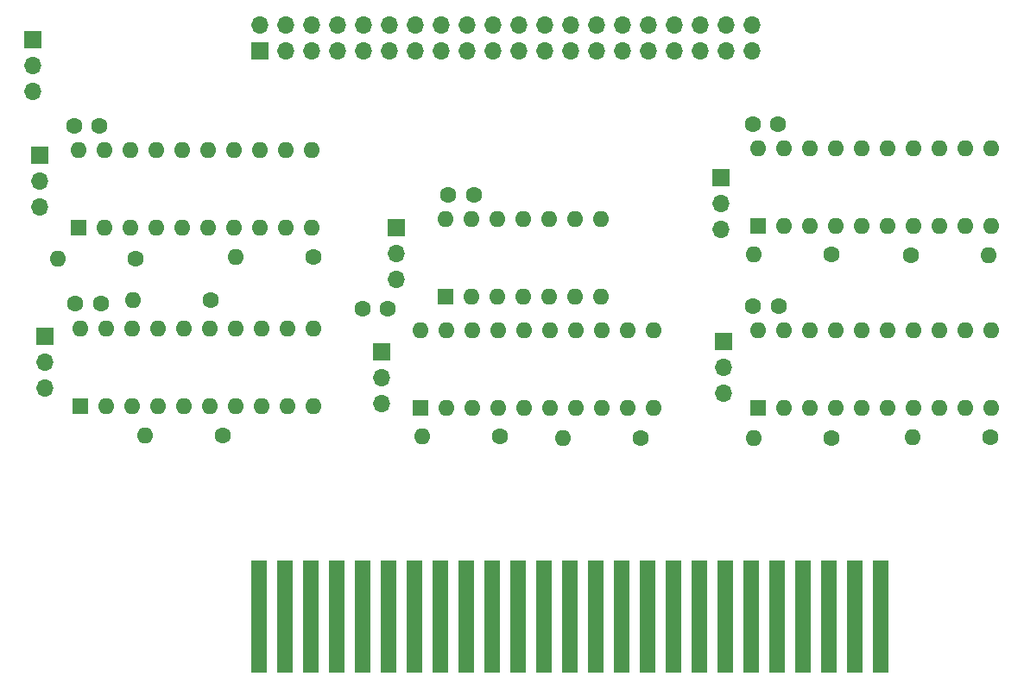
<source format=gbr>
%TF.GenerationSoftware,KiCad,Pcbnew,(6.0.7)*%
%TF.CreationDate,2022-12-14T18:08:10+00:00*%
%TF.ProjectId,MSX_DE1_Hat,4d53585f-4445-4315-9f48-61742e6b6963,1.1*%
%TF.SameCoordinates,Original*%
%TF.FileFunction,Soldermask,Top*%
%TF.FilePolarity,Negative*%
%FSLAX46Y46*%
G04 Gerber Fmt 4.6, Leading zero omitted, Abs format (unit mm)*
G04 Created by KiCad (PCBNEW (6.0.7)) date 2022-12-14 18:08:10*
%MOMM*%
%LPD*%
G01*
G04 APERTURE LIST*
%ADD10C,1.600000*%
%ADD11R,1.700000X1.700000*%
%ADD12O,1.700000X1.700000*%
%ADD13R,1.600000X1.600000*%
%ADD14O,1.600000X1.600000*%
%ADD15R,1.500000X11.000000*%
G04 APERTURE END LIST*
D10*
%TO.C,C1*%
X59396659Y-49582291D03*
X61896659Y-49582291D03*
%TD*%
%TO.C,C3*%
X90051103Y-50130479D03*
X87551103Y-50130479D03*
%TD*%
%TO.C,C2*%
X59282166Y-32103329D03*
X61782166Y-32103329D03*
%TD*%
D11*
%TO.C,J5*%
X89408000Y-54356000D03*
D12*
X89408000Y-56896000D03*
X89408000Y-59436000D03*
%TD*%
D11*
%TO.C,J1*%
X77470000Y-24747500D03*
D12*
X77470000Y-22207500D03*
X80010000Y-24747500D03*
X80010000Y-22207500D03*
X82550000Y-24747500D03*
X82550000Y-22207500D03*
X85090000Y-24747500D03*
X85090000Y-22207500D03*
X87630000Y-24747500D03*
X87630000Y-22207500D03*
X90170000Y-24747500D03*
X90170000Y-22207500D03*
X92710000Y-24747500D03*
X92710000Y-22207500D03*
X95250000Y-24747500D03*
X95250000Y-22207500D03*
X97790000Y-24747500D03*
X97790000Y-22207500D03*
X100330000Y-24747500D03*
X100330000Y-22207500D03*
X102870000Y-24747500D03*
X102870000Y-22207500D03*
X105410000Y-24747500D03*
X105410000Y-22207500D03*
X107950000Y-24747500D03*
X107950000Y-22207500D03*
X110490000Y-24747500D03*
X110490000Y-22207500D03*
X113030000Y-24747500D03*
X113030000Y-22207500D03*
X115570000Y-24747500D03*
X115570000Y-22207500D03*
X118110000Y-24747500D03*
X118110000Y-22207500D03*
X120650000Y-24747500D03*
X120650000Y-22207500D03*
X123190000Y-24747500D03*
X123190000Y-22207500D03*
X125730000Y-24747500D03*
X125730000Y-22207500D03*
%TD*%
D10*
%TO.C,C5*%
X125825897Y-31997953D03*
X128325897Y-31997953D03*
%TD*%
D13*
%TO.C,U5*%
X126340094Y-41991078D03*
D14*
X128880094Y-41991078D03*
X131420094Y-41991078D03*
X133960094Y-41991078D03*
X136500094Y-41991078D03*
X139040094Y-41991078D03*
X141580094Y-41991078D03*
X144120094Y-41991078D03*
X146660094Y-41991078D03*
X149200094Y-41991078D03*
X149200094Y-34371078D03*
X146660094Y-34371078D03*
X144120094Y-34371078D03*
X141580094Y-34371078D03*
X139040094Y-34371078D03*
X136500094Y-34371078D03*
X133960094Y-34371078D03*
X131420094Y-34371078D03*
X128880094Y-34371078D03*
X126340094Y-34371078D03*
%TD*%
D10*
%TO.C,C6*%
X98476309Y-38890789D03*
X95976309Y-38890789D03*
%TD*%
%TO.C,R4*%
X101008467Y-62598010D03*
D14*
X93388467Y-62598010D03*
%TD*%
D11*
%TO.C,J2*%
X90860506Y-42164000D03*
D12*
X90860506Y-44704000D03*
X90860506Y-47244000D03*
%TD*%
D13*
%TO.C,U3*%
X93268761Y-59816810D03*
D14*
X95808761Y-59816810D03*
X98348761Y-59816810D03*
X100888761Y-59816810D03*
X103428761Y-59816810D03*
X105968761Y-59816810D03*
X108508761Y-59816810D03*
X111048761Y-59816810D03*
X113588761Y-59816810D03*
X116128761Y-59816810D03*
X116128761Y-52196810D03*
X113588761Y-52196810D03*
X111048761Y-52196810D03*
X108508761Y-52196810D03*
X105968761Y-52196810D03*
X103428761Y-52196810D03*
X100888761Y-52196810D03*
X98348761Y-52196810D03*
X95808761Y-52196810D03*
X93268761Y-52196810D03*
%TD*%
D15*
%TO.C,CONN1*%
X138382025Y-80314405D03*
X135842025Y-80314405D03*
X133302025Y-80314405D03*
X130762025Y-80314405D03*
X128222025Y-80314405D03*
X125682025Y-80314405D03*
X123142025Y-80314405D03*
X120602025Y-80314405D03*
X118062025Y-80314405D03*
X115522025Y-80314405D03*
X112982025Y-80314405D03*
X110442025Y-80314405D03*
X107902025Y-80314405D03*
X105362025Y-80314405D03*
X102822025Y-80314405D03*
X100282025Y-80314405D03*
X97742025Y-80314405D03*
X95202025Y-80314405D03*
X92662025Y-80314405D03*
X90122025Y-80314405D03*
X87582025Y-80314405D03*
X85042025Y-80314405D03*
X82502025Y-80314405D03*
X79962025Y-80314405D03*
X77422025Y-80314405D03*
%TD*%
D11*
%TO.C,J3*%
X122689074Y-37226609D03*
D12*
X122689074Y-39766609D03*
X122689074Y-42306609D03*
%TD*%
D11*
%TO.C,J4*%
X122995848Y-53340000D03*
D12*
X122995848Y-55880000D03*
X122995848Y-58420000D03*
%TD*%
D11*
%TO.C,J7*%
X56388000Y-52832000D03*
D12*
X56388000Y-55372000D03*
X56388000Y-57912000D03*
%TD*%
D10*
%TO.C,R10*%
X72671821Y-49259272D03*
D14*
X65051821Y-49259272D03*
%TD*%
D10*
%TO.C,R5*%
X133528705Y-44789838D03*
D14*
X125908705Y-44789838D03*
%TD*%
D10*
%TO.C,R7*%
X141349182Y-44801723D03*
D14*
X148969182Y-44801723D03*
%TD*%
D10*
%TO.C,R8*%
X114841727Y-62777861D03*
D14*
X107221727Y-62777861D03*
%TD*%
D10*
%TO.C,R2*%
X73826094Y-62523366D03*
D14*
X66206094Y-62523366D03*
%TD*%
D13*
%TO.C,U6*%
X95735371Y-48920285D03*
D14*
X98275371Y-48920285D03*
X100815371Y-48920285D03*
X103355371Y-48920285D03*
X105895371Y-48920285D03*
X108435371Y-48920285D03*
X110975371Y-48920285D03*
X110975371Y-41300285D03*
X108435371Y-41300285D03*
X105895371Y-41300285D03*
X103355371Y-41300285D03*
X100815371Y-41300285D03*
X98275371Y-41300285D03*
X95735371Y-41300285D03*
%TD*%
D10*
%TO.C,R3*%
X133519314Y-62790942D03*
D14*
X125899314Y-62790942D03*
%TD*%
D13*
%TO.C,U1*%
X59838625Y-59680000D03*
D14*
X62378625Y-59680000D03*
X64918625Y-59680000D03*
X67458625Y-59680000D03*
X69998625Y-59680000D03*
X72538625Y-59680000D03*
X75078625Y-59680000D03*
X77618625Y-59680000D03*
X80158625Y-59680000D03*
X82698625Y-59680000D03*
X82698625Y-52060000D03*
X80158625Y-52060000D03*
X77618625Y-52060000D03*
X75078625Y-52060000D03*
X72538625Y-52060000D03*
X69998625Y-52060000D03*
X67458625Y-52060000D03*
X64918625Y-52060000D03*
X62378625Y-52060000D03*
X59838625Y-52060000D03*
%TD*%
%TO.C,R9*%
X75118457Y-44999999D03*
D10*
X82738457Y-44999999D03*
%TD*%
D13*
%TO.C,U2*%
X59751269Y-42090750D03*
D14*
X62291269Y-42090750D03*
X64831269Y-42090750D03*
X67371269Y-42090750D03*
X69911269Y-42090750D03*
X72451269Y-42090750D03*
X74991269Y-42090750D03*
X77531269Y-42090750D03*
X80071269Y-42090750D03*
X82611269Y-42090750D03*
X82611269Y-34470750D03*
X80071269Y-34470750D03*
X77531269Y-34470750D03*
X74991269Y-34470750D03*
X72451269Y-34470750D03*
X69911269Y-34470750D03*
X67371269Y-34470750D03*
X64831269Y-34470750D03*
X62291269Y-34470750D03*
X59751269Y-34470750D03*
%TD*%
D10*
%TO.C,R1*%
X65278000Y-45212000D03*
D14*
X57658000Y-45212000D03*
%TD*%
D10*
%TO.C,R6*%
X149087772Y-62738091D03*
D14*
X141467772Y-62738091D03*
%TD*%
D10*
%TO.C,C4*%
X125844258Y-49804272D03*
X128344258Y-49804272D03*
%TD*%
D11*
%TO.C,J8*%
X55247838Y-23631758D03*
D12*
X55247838Y-26171758D03*
X55247838Y-28711758D03*
%TD*%
D11*
%TO.C,J6*%
X55880000Y-35052000D03*
D12*
X55880000Y-37592000D03*
X55880000Y-40132000D03*
%TD*%
D13*
%TO.C,U4*%
X126356514Y-59858244D03*
D14*
X128896514Y-59858244D03*
X131436514Y-59858244D03*
X133976514Y-59858244D03*
X136516514Y-59858244D03*
X139056514Y-59858244D03*
X141596514Y-59858244D03*
X144136514Y-59858244D03*
X146676514Y-59858244D03*
X149216514Y-59858244D03*
X149216514Y-52238244D03*
X146676514Y-52238244D03*
X144136514Y-52238244D03*
X141596514Y-52238244D03*
X139056514Y-52238244D03*
X136516514Y-52238244D03*
X133976514Y-52238244D03*
X131436514Y-52238244D03*
X128896514Y-52238244D03*
X126356514Y-52238244D03*
%TD*%
M02*

</source>
